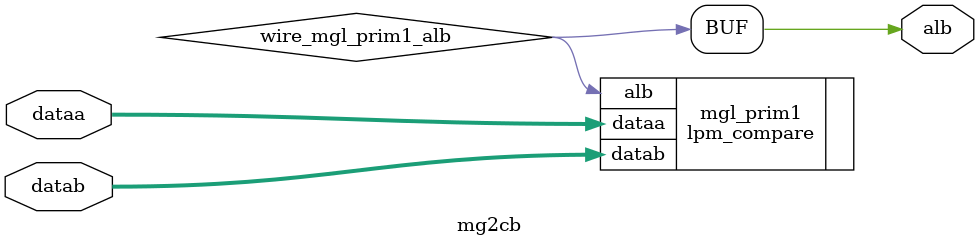
<source format=v>






//synthesis_resources = lpm_compare 1 
//synopsys translate_off
`timescale 1 ps / 1 ps
//synopsys translate_on
module  mg2cb
	( 
	alb,
	dataa,
	datab) /* synthesis synthesis_clearbox=1 */;
	output   alb;
	input   [18:0]  dataa;
	input   [18:0]  datab;

	wire  wire_mgl_prim1_alb;

	lpm_compare   mgl_prim1
	( 
	.alb(wire_mgl_prim1_alb),
	.dataa(dataa),
	.datab(datab));
	defparam
		mgl_prim1.lpm_representation = "UNSIGNED",
		mgl_prim1.lpm_type = "LPM_COMPARE",
		mgl_prim1.lpm_width = 19;
	assign
		alb = wire_mgl_prim1_alb;
endmodule //mg2cb
//VALID FILE

</source>
